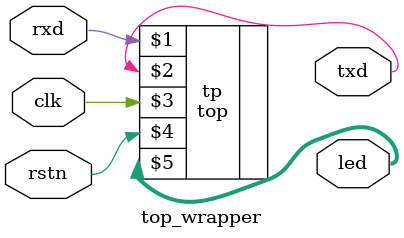
<source format=v>
`timescale 1ns / 1ps
`default_nettype none

module top_wrapper (
	input wire rxd, output wire txd, input wire clk, input wire rstn,
	output wire [7:0] led);

	top tp(rxd, txd, clk, rstn, led);

endmodule

</source>
